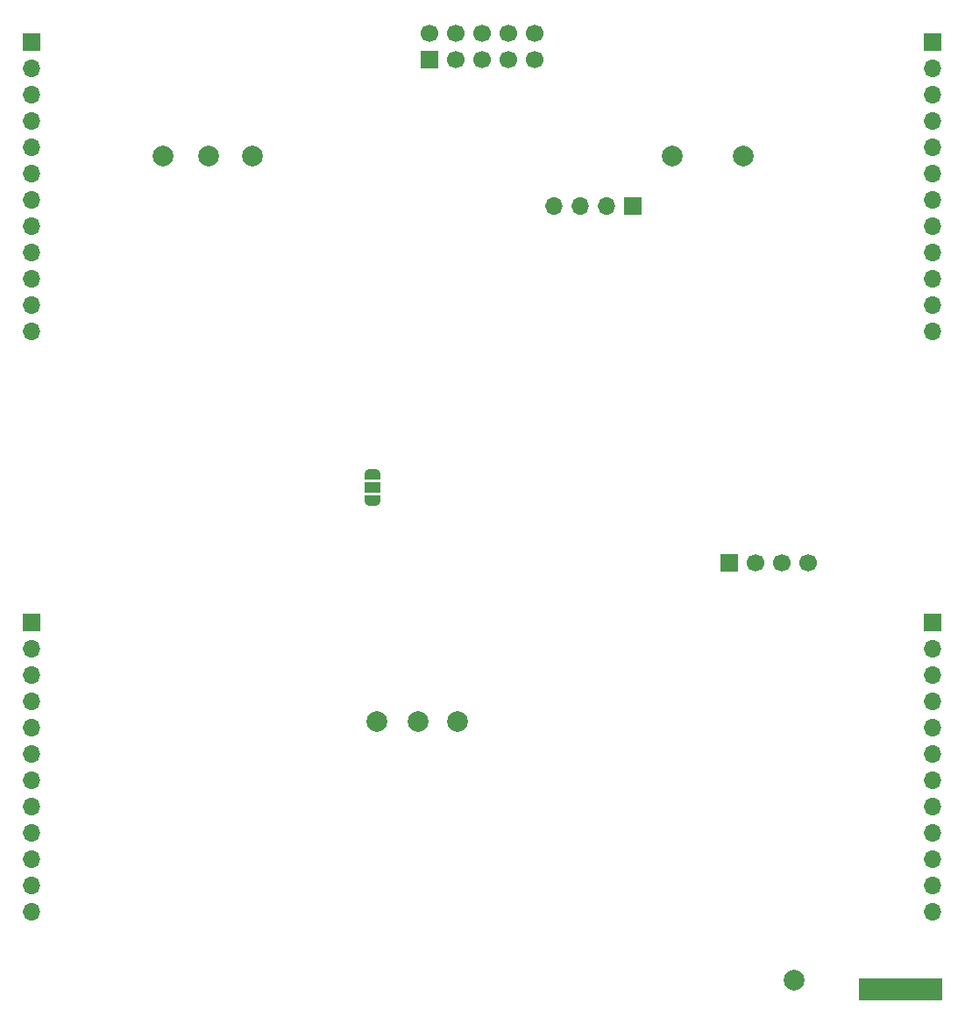
<source format=gbr>
%TF.GenerationSoftware,KiCad,Pcbnew,(6.0.8)*%
%TF.CreationDate,2022-10-20T13:21:54+01:00*%
%TF.ProjectId,Punck_Components,50756e63-6b5f-4436-9f6d-706f6e656e74,rev?*%
%TF.SameCoordinates,Original*%
%TF.FileFunction,Soldermask,Bot*%
%TF.FilePolarity,Negative*%
%FSLAX46Y46*%
G04 Gerber Fmt 4.6, Leading zero omitted, Abs format (unit mm)*
G04 Created by KiCad (PCBNEW (6.0.8)) date 2022-10-20 13:21:54*
%MOMM*%
%LPD*%
G01*
G04 APERTURE LIST*
G04 Aperture macros list*
%AMFreePoly0*
4,1,22,0.550000,-0.750000,0.000000,-0.750000,0.000000,-0.745033,-0.079941,-0.743568,-0.215256,-0.701293,-0.333266,-0.622738,-0.424486,-0.514219,-0.481581,-0.384460,-0.499164,-0.250000,-0.500000,-0.250000,-0.500000,0.250000,-0.499164,0.250000,-0.499963,0.256109,-0.478152,0.396186,-0.417904,0.524511,-0.324060,0.630769,-0.204165,0.706417,-0.067858,0.745374,0.000000,0.744959,0.000000,0.750000,
0.550000,0.750000,0.550000,-0.750000,0.550000,-0.750000,$1*%
%AMFreePoly1*
4,1,20,0.000000,0.744959,0.073905,0.744508,0.209726,0.703889,0.328688,0.626782,0.421226,0.519385,0.479903,0.390333,0.500000,0.250000,0.500000,-0.250000,0.499851,-0.262216,0.476331,-0.402017,0.414519,-0.529596,0.319384,-0.634700,0.198574,-0.708877,0.061801,-0.746166,0.000000,-0.745033,0.000000,-0.750000,-0.550000,-0.750000,-0.550000,0.750000,0.000000,0.750000,0.000000,0.744959,
0.000000,0.744959,$1*%
G04 Aperture macros list end*
%ADD10C,0.100000*%
%ADD11R,1.700000X1.700000*%
%ADD12C,1.700000*%
%ADD13C,2.000000*%
%ADD14O,1.700000X1.700000*%
%ADD15FreePoly0,90.000000*%
%ADD16R,1.500000X1.000000*%
%ADD17FreePoly1,90.000000*%
G04 APERTURE END LIST*
%TO.C,FID1*%
G36*
X160000000Y-148400000D02*
G01*
X152000000Y-148400000D01*
X152000000Y-146400000D01*
X160000000Y-146400000D01*
X160000000Y-148400000D01*
G37*
D10*
X160000000Y-148400000D02*
X152000000Y-148400000D01*
X152000000Y-146400000D01*
X160000000Y-146400000D01*
X160000000Y-148400000D01*
%TD*%
D11*
%TO.C,J7*%
X110500000Y-57662500D03*
D12*
X110500000Y-55122500D03*
X113040000Y-57662500D03*
X113040000Y-55122500D03*
X115580000Y-57662500D03*
X115580000Y-55122500D03*
X118120000Y-57662500D03*
X118120000Y-55122500D03*
X120660000Y-57662500D03*
X120660000Y-55122500D03*
%TD*%
D13*
%TO.C,TP9*%
X145700000Y-146600000D03*
%TD*%
%TO.C,TP3*%
X109400000Y-121600000D03*
%TD*%
%TO.C,TP8*%
X84800000Y-67000000D03*
%TD*%
%TO.C,TP7*%
X93400000Y-67000000D03*
%TD*%
D11*
%TO.C,J5*%
X130200000Y-71800000D03*
D14*
X127660000Y-71800000D03*
X125120000Y-71800000D03*
X122580000Y-71800000D03*
%TD*%
D13*
%TO.C,TP1*%
X105400000Y-121600000D03*
%TD*%
%TO.C,TP6*%
X89200000Y-67000000D03*
%TD*%
%TO.C,TP5*%
X140800000Y-67000000D03*
%TD*%
D11*
%TO.C,J6*%
X139500000Y-106300000D03*
D12*
X142040000Y-106300000D03*
X144580000Y-106300000D03*
X147120000Y-106300000D03*
%TD*%
D13*
%TO.C,TP2*%
X113200000Y-121600000D03*
%TD*%
%TO.C,TP4*%
X134000000Y-67000000D03*
%TD*%
D11*
%TO.C,J3*%
X159100000Y-56000000D03*
D14*
X159100000Y-58540000D03*
X159100000Y-61080000D03*
X159100000Y-63620000D03*
X159100000Y-66160000D03*
X159100000Y-68700000D03*
X159100000Y-71240000D03*
X159100000Y-73780000D03*
X159100000Y-76320000D03*
X159100000Y-78860000D03*
X159100000Y-81400000D03*
X159100000Y-83940000D03*
%TD*%
D11*
%TO.C,J1*%
X72100000Y-56000000D03*
D14*
X72100000Y-58540000D03*
X72100000Y-61080000D03*
X72100000Y-63620000D03*
X72100000Y-66160000D03*
X72100000Y-68700000D03*
X72100000Y-71240000D03*
X72100000Y-73780000D03*
X72100000Y-76320000D03*
X72100000Y-78860000D03*
X72100000Y-81400000D03*
X72100000Y-83940000D03*
%TD*%
D11*
%TO.C,J4*%
X159100000Y-112000000D03*
D14*
X159100000Y-114540000D03*
X159100000Y-117080000D03*
X159100000Y-119620000D03*
X159100000Y-122160000D03*
X159100000Y-124700000D03*
X159100000Y-127240000D03*
X159100000Y-129780000D03*
X159100000Y-132320000D03*
X159100000Y-134860000D03*
X159100000Y-137400000D03*
X159100000Y-139940000D03*
%TD*%
D11*
%TO.C,J2*%
X72100000Y-112000000D03*
D14*
X72100000Y-114540000D03*
X72100000Y-117080000D03*
X72100000Y-119620000D03*
X72100000Y-122160000D03*
X72100000Y-124700000D03*
X72100000Y-127240000D03*
X72100000Y-129780000D03*
X72100000Y-132320000D03*
X72100000Y-134860000D03*
X72100000Y-137400000D03*
X72100000Y-139940000D03*
%TD*%
D15*
%TO.C,JP1*%
X105000000Y-100300000D03*
D16*
X105000000Y-99000000D03*
D17*
X105000000Y-97700000D03*
%TD*%
M02*

</source>
